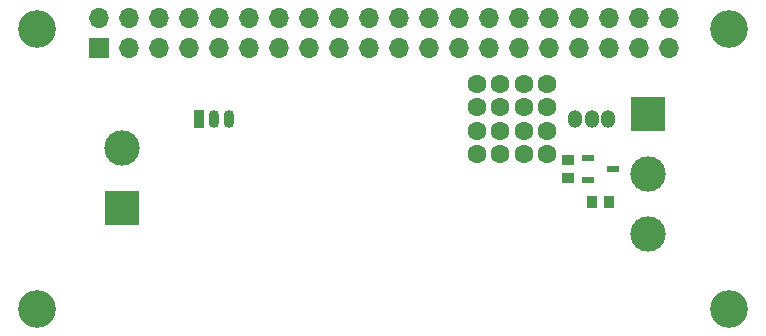
<source format=gbs>
G04 #@! TF.GenerationSoftware,KiCad,Pcbnew,5.0.0-fee4fd1~66~ubuntu16.04.1*
G04 #@! TF.CreationDate,2018-08-08T16:17:55+03:00*
G04 #@! TF.ProjectId,rpi_zero_ws2812,7270695F7A65726F5F7773323831322E,rev?*
G04 #@! TF.SameCoordinates,Original*
G04 #@! TF.FileFunction,Soldermask,Bot*
G04 #@! TF.FilePolarity,Negative*
%FSLAX46Y46*%
G04 Gerber Fmt 4.6, Leading zero omitted, Abs format (unit mm)*
G04 Created by KiCad (PCBNEW 5.0.0-fee4fd1~66~ubuntu16.04.1) date Wed Aug  8 16:17:55 2018*
%MOMM*%
%LPD*%
G01*
G04 APERTURE LIST*
%ADD10R,0.899160X1.000760*%
%ADD11R,1.000760X0.899160*%
%ADD12R,1.000760X0.599440*%
%ADD13C,1.600000*%
%ADD14C,3.200000*%
%ADD15O,1.700000X1.700000*%
%ADD16R,1.700000X1.700000*%
%ADD17R,0.900000X1.500000*%
%ADD18O,0.900000X1.500000*%
%ADD19R,2.999740X2.999740*%
%ADD20C,2.999740*%
%ADD21O,1.224000X1.524000*%
G04 APERTURE END LIST*
D10*
G04 #@! TO.C,R1*
X161161880Y-97259420D03*
X159658200Y-97259420D03*
G04 #@! TD*
D11*
G04 #@! TO.C,R2*
X157661880Y-93757580D03*
X157661880Y-95261260D03*
G04 #@! TD*
D12*
G04 #@! TO.C,Q1*
X159355240Y-95461920D03*
X161468520Y-94509420D03*
X159355240Y-93556920D03*
G04 #@! TD*
D13*
G04 #@! TO.C,REF\002A\002A*
X155911880Y-87259420D03*
G04 #@! TD*
G04 #@! TO.C,REF\002A\002A*
X155911880Y-89259420D03*
G04 #@! TD*
G04 #@! TO.C,REF\002A\002A*
X155911880Y-91259420D03*
G04 #@! TD*
G04 #@! TO.C,REF\002A\002A*
X155911880Y-93259420D03*
G04 #@! TD*
G04 #@! TO.C,REF\002A\002A*
X153911880Y-87259420D03*
G04 #@! TD*
G04 #@! TO.C,REF\002A\002A*
X153911880Y-89259420D03*
G04 #@! TD*
G04 #@! TO.C,REF\002A\002A*
X153911880Y-91259420D03*
G04 #@! TD*
G04 #@! TO.C,REF\002A\002A*
X153911880Y-93259420D03*
G04 #@! TD*
G04 #@! TO.C,REF\002A\002A*
X151911880Y-87259420D03*
G04 #@! TD*
G04 #@! TO.C,REF\002A\002A*
X151911880Y-89259420D03*
G04 #@! TD*
G04 #@! TO.C,REF\002A\002A*
X151911880Y-91259420D03*
G04 #@! TD*
G04 #@! TO.C,REF\002A\002A*
X151911880Y-93259420D03*
G04 #@! TD*
G04 #@! TO.C,REF\002A\002A*
X149911880Y-87259420D03*
G04 #@! TD*
G04 #@! TO.C,REF\002A\002A*
X149911880Y-89259420D03*
G04 #@! TD*
G04 #@! TO.C,REF\002A\002A*
X149911880Y-91259420D03*
G04 #@! TD*
G04 #@! TO.C,REF\002A\002A*
X149911880Y-93259420D03*
G04 #@! TD*
D14*
G04 #@! TO.C,REF\002A\002A*
X112711880Y-82659420D03*
G04 #@! TD*
G04 #@! TO.C,REF\002A\002A*
X112711880Y-106359420D03*
G04 #@! TD*
G04 #@! TO.C,REF\002A\002A*
X171311880Y-106359420D03*
G04 #@! TD*
G04 #@! TO.C,REF\002A\002A*
X171311880Y-82659420D03*
G04 #@! TD*
D15*
G04 #@! TO.C,J1*
X166171880Y-81719420D03*
X166171880Y-84259420D03*
X163631880Y-81719420D03*
X163631880Y-84259420D03*
X161091880Y-81719420D03*
X161091880Y-84259420D03*
X158551880Y-81719420D03*
X158551880Y-84259420D03*
X156011880Y-81719420D03*
X156011880Y-84259420D03*
X153471880Y-81719420D03*
X153471880Y-84259420D03*
X150931880Y-81719420D03*
X150931880Y-84259420D03*
X148391880Y-81719420D03*
X148391880Y-84259420D03*
X145851880Y-81719420D03*
X145851880Y-84259420D03*
X143311880Y-81719420D03*
X143311880Y-84259420D03*
X140771880Y-81719420D03*
X140771880Y-84259420D03*
X138231880Y-81719420D03*
X138231880Y-84259420D03*
X135691880Y-81719420D03*
X135691880Y-84259420D03*
X133151880Y-81719420D03*
X133151880Y-84259420D03*
X130611880Y-81719420D03*
X130611880Y-84259420D03*
X128071880Y-81719420D03*
X128071880Y-84259420D03*
X125531880Y-81719420D03*
X125531880Y-84259420D03*
X122991880Y-81719420D03*
X122991880Y-84259420D03*
X120451880Y-81719420D03*
X120451880Y-84259420D03*
X117911880Y-81719420D03*
D16*
X117911880Y-84259420D03*
G04 #@! TD*
D17*
G04 #@! TO.C,U3*
X126411880Y-90259420D03*
D18*
X128951880Y-90259420D03*
X127681880Y-90259420D03*
G04 #@! TD*
D19*
G04 #@! TO.C,J2*
X119911880Y-97759420D03*
D20*
X119911880Y-92679420D03*
G04 #@! TD*
D19*
G04 #@! TO.C,J4*
X164411880Y-89849420D03*
D20*
X164411880Y-94929420D03*
X164411880Y-100009420D03*
G04 #@! TD*
D21*
G04 #@! TO.C,JP1*
X158264880Y-90259420D03*
X159661880Y-90259420D03*
X161058880Y-90259420D03*
G04 #@! TD*
M02*

</source>
